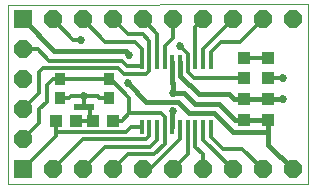
<source format=gtl>
G75*
%MOIN*%
%OFA0B0*%
%FSLAX25Y25*%
%IPPOS*%
%LPD*%
%AMOC8*
5,1,8,0,0,1.08239X$1,22.5*
%
%ADD10C,0.00000*%
%ADD11R,0.01575X0.04724*%
%ADD12R,0.05906X0.05906*%
%ADD13OC8,0.05906*%
%ADD14R,0.03543X0.03937*%
%ADD15R,0.06693X0.02165*%
%ADD16R,0.06000X0.06000*%
%ADD17OC8,0.06000*%
%ADD18R,0.03937X0.04331*%
%ADD19R,0.04331X0.03937*%
%ADD20C,0.01600*%
%ADD21C,0.02700*%
%ADD22C,0.01200*%
D10*
X0040000Y0001600D02*
X0040000Y0061561D01*
X0140000Y0061600D01*
X0140000Y0001600D01*
X0040000Y0001600D01*
D11*
X0084734Y0020773D03*
X0087293Y0020773D03*
X0089852Y0020773D03*
X0092411Y0020773D03*
X0094970Y0020773D03*
X0097530Y0020773D03*
X0100089Y0020773D03*
X0102648Y0020773D03*
X0105207Y0020773D03*
X0107766Y0020773D03*
X0107766Y0042427D03*
X0105207Y0042427D03*
X0102648Y0042427D03*
X0100089Y0042427D03*
X0097530Y0042427D03*
X0094970Y0042427D03*
X0092411Y0042427D03*
X0089852Y0042427D03*
X0087293Y0042427D03*
X0084734Y0042427D03*
D12*
X0045000Y0006600D03*
D13*
X0055000Y0006600D03*
X0065000Y0006600D03*
X0075000Y0006600D03*
X0085000Y0006600D03*
X0095000Y0006600D03*
X0105000Y0006600D03*
X0115000Y0006600D03*
X0125000Y0006600D03*
X0135000Y0006600D03*
D14*
X0073696Y0030325D03*
X0073696Y0036625D03*
X0057554Y0036625D03*
X0057554Y0030325D03*
D15*
X0065625Y0027569D03*
D16*
X0045000Y0056600D03*
D17*
X0055000Y0056600D03*
X0065000Y0056600D03*
X0075000Y0056600D03*
X0085000Y0056600D03*
X0095000Y0056600D03*
X0105000Y0056600D03*
X0115000Y0056600D03*
X0125000Y0056600D03*
X0135000Y0056600D03*
X0045000Y0046600D03*
X0045000Y0036600D03*
X0045000Y0026600D03*
X0045000Y0016600D03*
D18*
X0118750Y0023254D03*
X0126875Y0023254D03*
X0126875Y0029946D03*
X0118750Y0029946D03*
X0118750Y0037004D03*
X0126875Y0037004D03*
X0126875Y0043696D03*
X0118750Y0043696D03*
D19*
X0075221Y0022850D03*
X0068529Y0022850D03*
X0062721Y0022850D03*
X0056029Y0022850D03*
D20*
X0080000Y0035350D02*
X0086250Y0029100D01*
X0096875Y0029100D01*
X0100625Y0025350D01*
X0108750Y0025350D01*
X0115000Y0019100D01*
X0126875Y0019100D01*
X0126875Y0014725D01*
X0135000Y0006600D01*
X0126875Y0019100D02*
X0126875Y0023254D01*
X0118750Y0023254D01*
X0115846Y0023254D01*
X0110625Y0028475D01*
X0102500Y0028475D01*
X0098750Y0032225D01*
X0095000Y0032225D01*
X0095000Y0035320D01*
X0094970Y0035350D01*
X0094970Y0042427D01*
X0097530Y0042427D02*
X0097530Y0037820D01*
X0103750Y0031600D01*
X0113750Y0031600D01*
X0115404Y0029946D01*
X0118750Y0029946D01*
X0126875Y0029946D01*
X0131875Y0029946D01*
X0095000Y0025975D02*
X0094970Y0025945D01*
X0094970Y0020773D01*
X0080625Y0044725D02*
X0079375Y0045975D01*
X0055625Y0045975D01*
X0045000Y0056600D01*
D21*
X0064375Y0049725D03*
X0080625Y0044725D03*
X0097500Y0047850D03*
X0080000Y0035350D03*
X0065625Y0030975D03*
X0095000Y0032225D03*
X0095000Y0025975D03*
X0131875Y0029946D03*
X0131875Y0037004D03*
D22*
X0126875Y0037004D01*
X0118750Y0037004D02*
X0102096Y0037004D01*
X0100089Y0039011D01*
X0100089Y0042427D01*
X0100089Y0045261D01*
X0097500Y0047850D01*
X0095000Y0050350D02*
X0092411Y0047761D01*
X0092411Y0042427D01*
X0089852Y0042427D02*
X0089852Y0051748D01*
X0085000Y0056600D01*
X0095000Y0056600D02*
X0095000Y0050350D01*
X0087293Y0049307D02*
X0085000Y0051600D01*
X0080000Y0051600D01*
X0075000Y0056600D01*
X0072500Y0049100D02*
X0065000Y0056600D01*
X0061875Y0049725D02*
X0055000Y0056600D01*
X0061875Y0049725D02*
X0064375Y0049725D01*
X0072500Y0049100D02*
X0082500Y0049100D01*
X0084734Y0046866D01*
X0084734Y0042427D01*
X0084734Y0041177D01*
X0079798Y0041177D01*
X0078125Y0042850D01*
X0053750Y0042850D01*
X0050000Y0046600D01*
X0045000Y0046600D01*
X0051875Y0040350D02*
X0050625Y0039100D01*
X0050625Y0032225D01*
X0045000Y0026600D01*
X0050625Y0026600D02*
X0050625Y0022225D01*
X0045000Y0016600D01*
X0045000Y0006600D02*
X0056029Y0017629D01*
X0056029Y0022850D01*
X0056029Y0019100D01*
X0079375Y0019100D01*
X0081048Y0020773D01*
X0084734Y0020773D01*
X0087293Y0020773D02*
X0087293Y0017643D01*
X0086250Y0016600D01*
X0065000Y0016600D01*
X0055000Y0006600D01*
X0065000Y0006600D02*
X0072500Y0014100D01*
X0087500Y0014100D01*
X0089852Y0016452D01*
X0089852Y0020773D01*
X0092411Y0020773D02*
X0092411Y0024189D01*
X0091250Y0025350D01*
X0080625Y0025350D01*
X0080625Y0030350D01*
X0074350Y0036625D01*
X0073696Y0036625D01*
X0057554Y0036625D01*
X0055025Y0036625D01*
X0053125Y0034725D01*
X0053125Y0029100D01*
X0050625Y0026600D01*
X0057500Y0030271D02*
X0057554Y0030325D01*
X0060600Y0030325D01*
X0061250Y0030975D01*
X0065625Y0030975D01*
X0065625Y0027569D01*
X0067500Y0027569D01*
X0067500Y0022850D01*
X0068529Y0022850D01*
X0062721Y0022850D01*
X0075221Y0022850D02*
X0078125Y0022850D01*
X0080625Y0025350D01*
X0073696Y0030325D02*
X0070650Y0030325D01*
X0070000Y0030975D01*
X0065625Y0030975D01*
X0076875Y0040350D02*
X0078750Y0038475D01*
X0086250Y0038475D01*
X0087293Y0039518D01*
X0087293Y0042427D01*
X0087293Y0049307D01*
X0102648Y0054248D02*
X0102648Y0042427D01*
X0105207Y0042427D02*
X0105207Y0046807D01*
X0115000Y0056600D01*
X0117500Y0049100D02*
X0125000Y0056600D01*
X0117500Y0049100D02*
X0111250Y0049100D01*
X0107766Y0045616D01*
X0107766Y0042427D01*
X0118750Y0043696D02*
X0126875Y0043696D01*
X0105000Y0056600D02*
X0102648Y0054248D01*
X0076875Y0040350D02*
X0051875Y0040350D01*
X0092411Y0020773D02*
X0092411Y0015261D01*
X0088750Y0011600D01*
X0080000Y0011600D01*
X0075000Y0006600D01*
X0085000Y0006600D02*
X0087500Y0006600D01*
X0097530Y0016630D01*
X0097530Y0020773D01*
X0095000Y0020803D02*
X0094970Y0020773D01*
X0100089Y0020773D02*
X0100089Y0011689D01*
X0095000Y0006600D01*
X0105000Y0006600D02*
X0105000Y0011600D01*
X0102648Y0013952D01*
X0102648Y0020773D01*
X0105207Y0020773D02*
X0105207Y0016393D01*
X0115000Y0006600D01*
X0118125Y0013475D02*
X0125000Y0006600D01*
X0118125Y0013475D02*
X0111875Y0013475D01*
X0107766Y0017584D01*
X0107766Y0020773D01*
M02*

</source>
